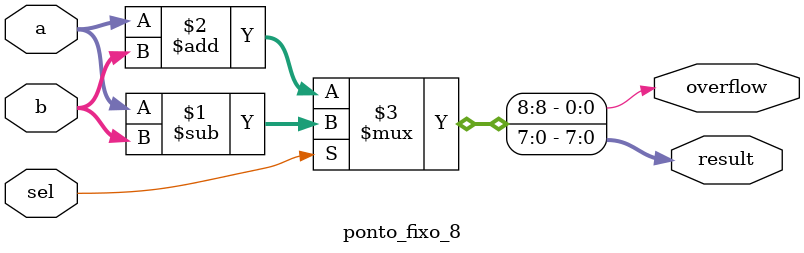
<source format=v>
module ponto_fixo_8(
    input  [7:0] a,     // Q4.4
    input  [7:0] b,     // Q4.4
    input        sel,   // 0: soma | 1: subtração
    output [7:0] result,
    output       overflow
);
// Atribuição contínua: escolhe operação e agrega carry/borrow em overflow
assign {overflow, result} = (sel) ? (a - b) : (a + b);
endmodule

</source>
